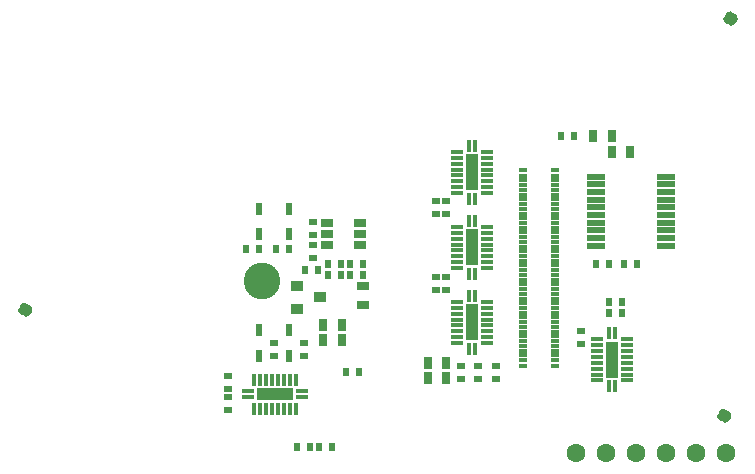
<source format=gbs>
G04*
G04 #@! TF.GenerationSoftware,Altium Limited,Altium Designer,21.7.2 (23)*
G04*
G04 Layer_Color=16711935*
%FSAX44Y44*%
%MOMM*%
G71*
G04*
G04 #@! TF.SameCoordinates,B5B927FB-FC6E-4532-AB5B-D5DFAA1904DE*
G04*
G04*
G04 #@! TF.FilePolarity,Negative*
G04*
G01*
G75*
%ADD43C,0.9000*%
%ADD46R,1.0000X0.9000*%
%ADD60R,0.7500X1.1000*%
%ADD61R,1.1000X0.7500*%
%ADD66R,1.0000X0.3500*%
%ADD67R,0.3500X1.0000*%
%ADD68R,1.1000X3.1000*%
%ADD69R,0.7000X0.6000*%
%ADD70R,0.6000X0.7000*%
%ADD73C,1.6000*%
%ADD74C,3.1000*%
%ADD92R,1.1000X0.7000*%
%ADD93R,0.7600X0.3300*%
%ADD94R,0.7600X0.4500*%
%ADD95R,0.5500X1.0500*%
%ADD96R,1.5000X0.5000*%
%ADD97R,3.1000X1.1000*%
D43*
X01025000Y00980600D02*
G03*
X01025000Y00980600I-00001500J00000000D01*
G01*
X01019750Y00644350D02*
G03*
X01019750Y00644350I-00001500J00000000D01*
G01*
X00427750Y00734100D02*
G03*
X00427750Y00734100I-00001500J00000000D01*
G01*
D46*
X00656250Y00735100D02*
D03*
Y00754100D02*
D03*
X00676250Y00744600D02*
D03*
D60*
X00907500Y00880850D02*
D03*
X00923000D02*
D03*
X00678750Y00708100D02*
D03*
X00694250D02*
D03*
X00678750Y00721100D02*
D03*
X00694250D02*
D03*
X00782500Y00676100D02*
D03*
X00767000D02*
D03*
X00782500Y00688850D02*
D03*
X00767000D02*
D03*
X00923000Y00867850D02*
D03*
X00938500D02*
D03*
D61*
X00712750Y00738350D02*
D03*
Y00753850D02*
D03*
D66*
X00615350Y00664930D02*
D03*
Y00659930D02*
D03*
X00660350D02*
D03*
Y00664930D02*
D03*
X00817250Y00769350D02*
D03*
Y00832850D02*
D03*
Y00837850D02*
D03*
Y00842850D02*
D03*
Y00847850D02*
D03*
Y00852850D02*
D03*
Y00857850D02*
D03*
Y00862850D02*
D03*
Y00867850D02*
D03*
X00792250D02*
D03*
Y00862850D02*
D03*
Y00857850D02*
D03*
Y00852850D02*
D03*
Y00847850D02*
D03*
Y00842850D02*
D03*
Y00837850D02*
D03*
Y00832850D02*
D03*
X00817250Y00774350D02*
D03*
Y00779350D02*
D03*
Y00784350D02*
D03*
Y00789350D02*
D03*
Y00794350D02*
D03*
Y00799350D02*
D03*
Y00804350D02*
D03*
X00792250D02*
D03*
Y00799350D02*
D03*
Y00794350D02*
D03*
Y00789350D02*
D03*
Y00784350D02*
D03*
Y00779350D02*
D03*
Y00774350D02*
D03*
Y00769350D02*
D03*
X00817250Y00705850D02*
D03*
Y00710850D02*
D03*
Y00715850D02*
D03*
Y00720850D02*
D03*
Y00725850D02*
D03*
Y00730850D02*
D03*
Y00735850D02*
D03*
Y00740850D02*
D03*
X00792250D02*
D03*
Y00735850D02*
D03*
Y00730850D02*
D03*
Y00725850D02*
D03*
Y00720850D02*
D03*
Y00715850D02*
D03*
Y00710850D02*
D03*
Y00705850D02*
D03*
X00935570Y00709250D02*
D03*
Y00704250D02*
D03*
Y00699250D02*
D03*
Y00694250D02*
D03*
Y00689250D02*
D03*
Y00684250D02*
D03*
Y00679250D02*
D03*
Y00674250D02*
D03*
X00910570D02*
D03*
Y00679250D02*
D03*
Y00684250D02*
D03*
Y00689250D02*
D03*
Y00694250D02*
D03*
Y00699250D02*
D03*
Y00704250D02*
D03*
Y00709250D02*
D03*
D67*
X00620350Y00649930D02*
D03*
X00625350D02*
D03*
X00630350D02*
D03*
X00635350D02*
D03*
X00640350D02*
D03*
X00645350D02*
D03*
X00650350D02*
D03*
X00655350D02*
D03*
Y00674930D02*
D03*
X00650350D02*
D03*
X00645350D02*
D03*
X00640350D02*
D03*
X00635350D02*
D03*
X00630350D02*
D03*
X00625350D02*
D03*
X00620350D02*
D03*
X00807250Y00764350D02*
D03*
X00802250Y00827850D02*
D03*
X00807250D02*
D03*
Y00872850D02*
D03*
X00802250D02*
D03*
Y00764350D02*
D03*
X00807250Y00809350D02*
D03*
X00802250D02*
D03*
Y00700850D02*
D03*
X00807250D02*
D03*
Y00745850D02*
D03*
X00802250D02*
D03*
X00925570Y00669250D02*
D03*
X00920570D02*
D03*
Y00714250D02*
D03*
X00925570D02*
D03*
D68*
X00804750Y00850350D02*
D03*
Y00786850D02*
D03*
Y00723350D02*
D03*
X00923070Y00691750D02*
D03*
D69*
X00598250Y00678350D02*
D03*
Y00667350D02*
D03*
X00636750Y00695350D02*
D03*
Y00706350D02*
D03*
X00783000Y00761850D02*
D03*
X00774250D02*
D03*
X00897250Y00705350D02*
D03*
Y00716350D02*
D03*
X00774250Y00825850D02*
D03*
Y00814850D02*
D03*
Y00750850D02*
D03*
X00795250Y00675850D02*
D03*
Y00686850D02*
D03*
X00669750Y00808600D02*
D03*
Y00797600D02*
D03*
X00662250Y00706350D02*
D03*
Y00695350D02*
D03*
X00598250Y00648850D02*
D03*
Y00659850D02*
D03*
X00783000Y00814850D02*
D03*
Y00825850D02*
D03*
Y00750850D02*
D03*
X00810000Y00686850D02*
D03*
Y00675850D02*
D03*
X00824750D02*
D03*
Y00686850D02*
D03*
X00669750Y00788600D02*
D03*
Y00777600D02*
D03*
D70*
X00708750Y00681100D02*
D03*
X00697750D02*
D03*
X00880250Y00880850D02*
D03*
X00891250D02*
D03*
X00667250Y00618100D02*
D03*
X00656250D02*
D03*
X00686250D02*
D03*
X00675250D02*
D03*
X00694000Y00763600D02*
D03*
X00683000D02*
D03*
X00663500Y00767600D02*
D03*
X00674500D02*
D03*
X00712750Y00763600D02*
D03*
X00701750D02*
D03*
X00683000Y00772600D02*
D03*
X00694000D02*
D03*
X00931500Y00740350D02*
D03*
X00920500D02*
D03*
X00933500Y00772850D02*
D03*
X00944500D02*
D03*
X00701750Y00772600D02*
D03*
X00712750D02*
D03*
X00638500Y00785600D02*
D03*
X00649500D02*
D03*
X00613000Y00785850D02*
D03*
X00624000D02*
D03*
X00920500Y00731350D02*
D03*
X00931500D02*
D03*
X00920500Y00772850D02*
D03*
X00909500D02*
D03*
D73*
X01019650Y00612600D02*
D03*
X00994250D02*
D03*
X00968850D02*
D03*
X00943450D02*
D03*
X00918050D02*
D03*
X00892650D02*
D03*
D74*
X00626500Y00758850D02*
D03*
D92*
X00709480Y00798240D02*
D03*
X00681980Y00788740D02*
D03*
Y00798240D02*
D03*
Y00807740D02*
D03*
X00709480D02*
D03*
Y00788740D02*
D03*
D93*
X00875300Y00843600D02*
D03*
X00848200D02*
D03*
X00875300Y00847600D02*
D03*
X00848200Y00839600D02*
D03*
X00875300D02*
D03*
X00848200Y00835600D02*
D03*
X00875300D02*
D03*
X00848200Y00831600D02*
D03*
X00875300D02*
D03*
Y00815600D02*
D03*
X00848200D02*
D03*
X00875300Y00819600D02*
D03*
X00848200D02*
D03*
X00875300Y00823600D02*
D03*
X00848200D02*
D03*
Y00827600D02*
D03*
X00875300D02*
D03*
Y00799600D02*
D03*
X00848200D02*
D03*
X00875300Y00803600D02*
D03*
X00848200D02*
D03*
X00875300Y00807600D02*
D03*
X00848200D02*
D03*
Y00811600D02*
D03*
X00875300D02*
D03*
Y00783600D02*
D03*
X00848200D02*
D03*
X00875300Y00787600D02*
D03*
X00848200D02*
D03*
X00875300Y00791600D02*
D03*
X00848200D02*
D03*
Y00795600D02*
D03*
X00875300D02*
D03*
Y00767600D02*
D03*
X00848200D02*
D03*
X00875300Y00771600D02*
D03*
X00848200D02*
D03*
X00875300Y00775600D02*
D03*
X00848200D02*
D03*
Y00779600D02*
D03*
X00875300D02*
D03*
Y00751600D02*
D03*
X00848200D02*
D03*
X00875300Y00755600D02*
D03*
X00848200D02*
D03*
X00875300Y00759600D02*
D03*
X00848200D02*
D03*
Y00763600D02*
D03*
X00875300D02*
D03*
Y00735600D02*
D03*
X00848200D02*
D03*
X00875300Y00739600D02*
D03*
X00848200D02*
D03*
X00875300Y00743600D02*
D03*
X00848200D02*
D03*
Y00747600D02*
D03*
X00875300D02*
D03*
Y00719600D02*
D03*
X00848200D02*
D03*
X00875300Y00723600D02*
D03*
X00848200D02*
D03*
X00875300Y00727600D02*
D03*
X00848200D02*
D03*
Y00731600D02*
D03*
X00875300D02*
D03*
Y00703600D02*
D03*
Y00699600D02*
D03*
Y00695600D02*
D03*
Y00691600D02*
D03*
Y00715600D02*
D03*
Y00711600D02*
D03*
Y00707600D02*
D03*
X00848200Y00703600D02*
D03*
Y00699600D02*
D03*
Y00695600D02*
D03*
Y00691600D02*
D03*
Y00715600D02*
D03*
Y00711600D02*
D03*
Y00707600D02*
D03*
Y00847600D02*
D03*
D94*
Y00852350D02*
D03*
X00875300D02*
D03*
X00848200Y00686850D02*
D03*
X00875300D02*
D03*
D95*
X00649500Y00819350D02*
D03*
Y00797850D02*
D03*
X00624000Y00819350D02*
D03*
Y00797850D02*
D03*
X00649500Y00695350D02*
D03*
Y00716850D02*
D03*
X00624000Y00716850D02*
D03*
Y00695350D02*
D03*
D96*
X00909500Y00788350D02*
D03*
Y00794850D02*
D03*
Y00801350D02*
D03*
Y00807850D02*
D03*
Y00814350D02*
D03*
Y00820850D02*
D03*
Y00827350D02*
D03*
Y00833850D02*
D03*
Y00840350D02*
D03*
Y00846850D02*
D03*
X00968500Y00788350D02*
D03*
Y00794850D02*
D03*
Y00801350D02*
D03*
Y00807850D02*
D03*
Y00814350D02*
D03*
Y00820850D02*
D03*
Y00827350D02*
D03*
Y00833850D02*
D03*
Y00840350D02*
D03*
Y00846850D02*
D03*
D97*
X00637850Y00662430D02*
D03*
M02*

</source>
